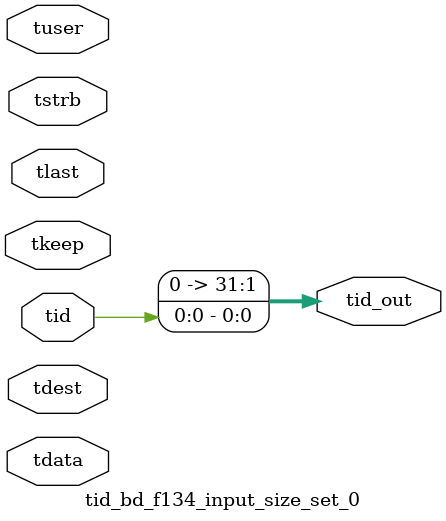
<source format=v>


`timescale 1ps/1ps

module tid_bd_f134_input_size_set_0 #
(
parameter C_S_AXIS_TID_WIDTH   = 1,
parameter C_S_AXIS_TUSER_WIDTH = 0,
parameter C_S_AXIS_TDATA_WIDTH = 0,
parameter C_S_AXIS_TDEST_WIDTH = 0,
parameter C_M_AXIS_TID_WIDTH   = 32
)
(
input  [(C_S_AXIS_TID_WIDTH   == 0 ? 1 : C_S_AXIS_TID_WIDTH)-1:0       ] tid,
input  [(C_S_AXIS_TDATA_WIDTH == 0 ? 1 : C_S_AXIS_TDATA_WIDTH)-1:0     ] tdata,
input  [(C_S_AXIS_TUSER_WIDTH == 0 ? 1 : C_S_AXIS_TUSER_WIDTH)-1:0     ] tuser,
input  [(C_S_AXIS_TDEST_WIDTH == 0 ? 1 : C_S_AXIS_TDEST_WIDTH)-1:0     ] tdest,
input  [(C_S_AXIS_TDATA_WIDTH/8)-1:0 ] tkeep,
input  [(C_S_AXIS_TDATA_WIDTH/8)-1:0 ] tstrb,
input                                                                    tlast,
output [(C_M_AXIS_TID_WIDTH   == 0 ? 1 : C_M_AXIS_TID_WIDTH)-1:0       ] tid_out
);

assign tid_out = {tid[0:0]};

endmodule


</source>
